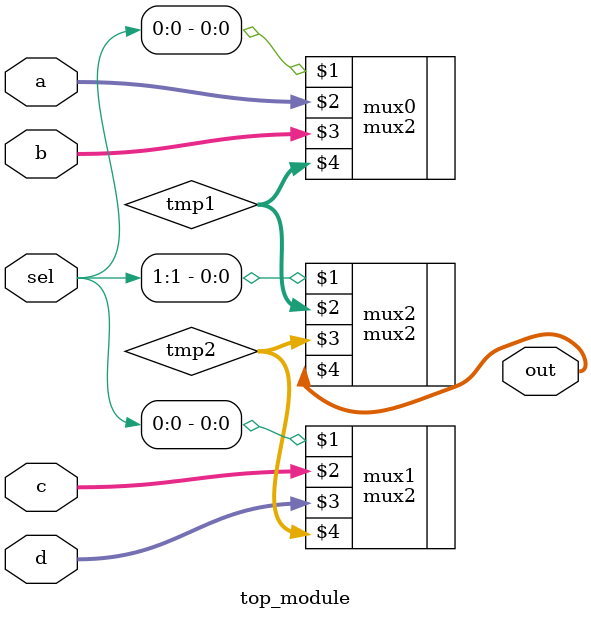
<source format=v>
module top_module (
    input [1:0] sel,
    input [7:0] a,
    input [7:0] b,
    input [7:0] c,
    input [7:0] d,
    output [7:0] out  ); //

    reg [7:0]tmp1,tmp2;
    mux2 mux0 ( sel[0],    a,    b, tmp1 );
    mux2 mux1 ( sel[0],    c,    d, tmp2 );
    mux2 mux2 ( sel[1], tmp1, tmp2,  out );

endmodule


</source>
